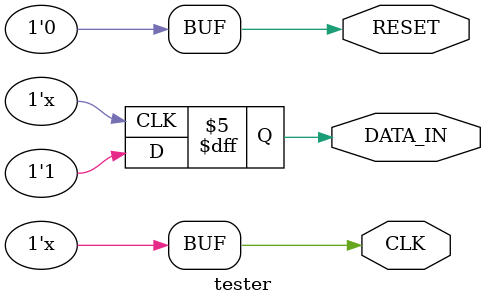
<source format=v>
module tester
  (
   output reg DATA_IN,
   output reg RESET,
   output reg CLK
   );
   
   	initial
		begin
			CLK = 0;
			RESET = 0;
			#5 RESET = 1;
			#4 RESET = 0;

		end

	always @(posedge CLK)
		begin

			#2 DATA_IN <= 1;
			#2 DATA_IN <= 1;
			#2 DATA_IN <= 1;
			#2 DATA_IN <= 1;//F
			#2 DATA_IN <= 0;
			#2 DATA_IN <= 1;
			#2 DATA_IN <= 1;
			#2 DATA_IN <= 1;//7

			#2 DATA_IN <= 1;
			#2 DATA_IN <= 0;
			#2 DATA_IN <= 1;
			#2 DATA_IN <= 1; //B
			#2 DATA_IN <= 1;
			#2 DATA_IN <= 1;
			#2 DATA_IN <= 0;
			#2 DATA_IN <= 0; //C


			#2 DATA_IN <= 0;
			#2 DATA_IN <= 0;
			#2 DATA_IN <= 1;
			#2 DATA_IN <= 1;//3
			#2 DATA_IN <= 1;
			#2 DATA_IN <= 1;
			#2 DATA_IN <= 0;
			#2 DATA_IN <= 1;//D

			#2 DATA_IN <= 0;
			#2 DATA_IN <= 0;
			#2 DATA_IN <= 0;
			#2 DATA_IN <= 0;//0
			#2 DATA_IN <= 1;
			#2 DATA_IN <= 1;
			#2 DATA_IN <= 0;
			#2 DATA_IN <= 0;//C

			#2 DATA_IN <= 0;
			#2 DATA_IN <= 1;
			#2 DATA_IN <= 0;
			#2 DATA_IN <= 1;//5
			#2 DATA_IN <= 0;
			#2 DATA_IN <= 1;
			#2 DATA_IN <= 0;
			#2 DATA_IN <= 1;//5
		end

   	always
    	begin
			#1 CLK = ~CLK;
		end

endmodule

</source>
